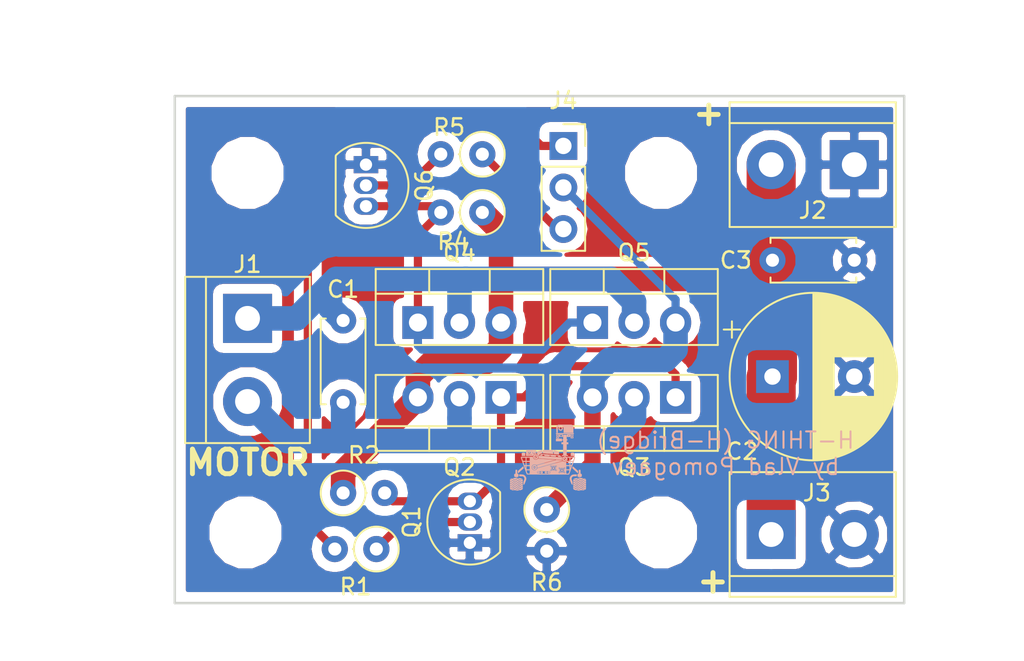
<source format=kicad_pcb>
(kicad_pcb (version 20171130) (host pcbnew "(5.0.0-rc2-63-gd4393b281)")
  (layers (0 F.Cu signal) (31 B.Cu signal) (34 B.Paste user) (35 F.Paste user) (36 B.SilkS user) (37 F.SilkS user) (38 B.Mask user) (39 F.Mask user) (44 Edge.Cuts user))
  (net 0 "")
  (net 1 "Net-(C1-Pad1)")
  (net 2 "Net-(C1-Pad2)")
  (net 3 VCC)
  (net 4 GND)
  (net 5 /HB1)
  (net 6 /HB2)
  (net 7 "Net-(Q1-Pad2)")
  (net 8 "Net-(Q1-Pad3)")
  (net 9 "Net-(Q4-Pad1)")
  (net 10 "Net-(Q6-Pad2)")
  (net 11 /I_SENSE)
  (module Mounting_Holes:MountingHole_3.2mm_M3 (layer F.Cu) (at 168.783 113.411)
    (fp_text reference MH3 hide)
    (fp_text value MountingHole_3.2mm_M3)
    (pad 1 np_thru_hole circle (at 0 0) (size 3.2 3.2) (drill 3.2) (layers *.Cu *.Mask))
  )
  (module Mounting_Holes:MountingHole_3.2mm_M3 (layer F.Cu) (at 168.783 91.44 180)
    (fp_text reference MH2 hide)
    (fp_text value MountingHole_3.2mm_M3)
    (pad 1 np_thru_hole circle (at 0 0 180) (size 3.2 3.2) (drill 3.2) (layers *.Cu *.Mask))
  )
  (module Mounting_Holes:MountingHole_3.2mm_M3 (layer F.Cu) (at 143.383 113.411)
    (fp_text reference MH4 hide)
    (fp_text value MountingHole_3.2mm_M3)
    (pad 1 np_thru_hole circle (at 0 0) (size 3.2 3.2) (drill 3.2) (layers *.Cu *.Mask))
  )
  (module Mounting_Holes:MountingHole_3.2mm_M3 (layer F.Cu) (at 143.51 91.44 180)
    (fp_text reference MH1 hide)
    (fp_text value MountingHole_3.2mm_M3)
    (pad 1 np_thru_hole circle (at 0 0 180) (size 3.2 3.2) (drill 3.2) (layers *.Cu *.Mask))
  )
  (module footprints:rover (layer B.Cu) (at 161.8742 108.839 180)
    (fp_text reference G*** hide)
    (fp_text value LOGO hide)
  )
  (module Capacitor_THT:C_Disc_D5.0mm_W2.5mm_P5.00mm (layer F.Cu) (at 149.352 100.457 270)
    (fp_text reference C1 (at -1.905 0) (layer F.SilkS))
    (fp_text value 100nF)
    (pad 1 thru_hole circle (at 0 0 270) (size 1.6 1.6) (drill 0.8) (layers *.Cu *.Mask) (net 1 "Net-(C1-Pad1)"))
    (pad 2 thru_hole circle (at 5 0 270) (size 1.6 1.6) (drill 0.8) (layers *.Cu *.Mask) (net 2 "Net-(C1-Pad2)"))
  )
  (module Capacitor_THT:CP_Radial_D10.0mm_P5.00mm (layer F.Cu) (at 175.594 103.886)
    (fp_text reference C2 (at -1.858 4.572) (layer F.SilkS))
    (fp_text value 470uF)
    (pad 1 thru_hole rect (at 0 0) (size 2 2) (drill 1) (layers *.Cu *.Mask) (net 3 VCC))
    (pad 2 thru_hole circle (at 5 0) (size 2 2) (drill 1) (layers *.Cu *.Mask) (net 4 GND))
  )
  (module Capacitor_THT:C_Disc_D5.0mm_W2.5mm_P5.00mm (layer F.Cu) (at 175.594 96.774)
    (fp_text reference C3 (at -2.239 0) (layer F.SilkS))
    (fp_text value 100nF)
    (pad 2 thru_hole circle (at 5 0) (size 1.6 1.6) (drill 0.8) (layers *.Cu *.Mask) (net 4 GND))
    (pad 1 thru_hole circle (at 0 0) (size 1.6 1.6) (drill 0.8) (layers *.Cu *.Mask) (net 3 VCC))
  )
  (module TerminalBlock:TerminalBlock_bornier-2_P5.08mm (layer F.Cu) (at 143.51 100.33 270)
    (fp_text reference J1 (at -3.302 0) (layer F.SilkS))
    (fp_text value MOTOR_CON)
    (pad 1 thru_hole rect (at 0 0 270) (size 3 3) (drill 1.52) (layers *.Cu *.Mask) (net 1 "Net-(C1-Pad1)"))
    (pad 2 thru_hole circle (at 5.08 0 270) (size 3 3) (drill 1.52) (layers *.Cu *.Mask) (net 2 "Net-(C1-Pad2)"))
  )
  (module TerminalBlock:TerminalBlock_bornier-2_P5.08mm (layer F.Cu) (at 180.594 90.932 180)
    (fp_text reference J2 (at 2.54 -2.794 180) (layer F.SilkS))
    (fp_text value PWR_PASSTHRU)
    (pad 1 thru_hole rect (at 0 0 180) (size 3 3) (drill 1.52) (layers *.Cu *.Mask) (net 4 GND))
    (pad 2 thru_hole circle (at 5.08 0 180) (size 3 3) (drill 1.52) (layers *.Cu *.Mask) (net 3 VCC))
  )
  (module TerminalBlock:TerminalBlock_bornier-2_P5.08mm (layer F.Cu) (at 175.514 113.538)
    (fp_text reference J3 (at 2.794 -2.54) (layer F.SilkS))
    (fp_text value MAIN_PWR)
    (pad 2 thru_hole circle (at 5.08 0) (size 3 3) (drill 1.52) (layers *.Cu *.Mask) (net 4 GND))
    (pad 1 thru_hole rect (at 0 0) (size 3 3) (drill 1.52) (layers *.Cu *.Mask) (net 3 VCC))
  )
  (module Connector_PinSocket_2.54mm:PinSocket_1x03_P2.54mm_Vertical (layer F.Cu) (at 162.814 89.789)
    (fp_text reference J4 (at 0 -2.77) (layer F.SilkS))
    (fp_text value SIG_CON)
    (pad 1 thru_hole rect (at 0 0) (size 1.7 1.7) (drill 1) (layers *.Cu *.Mask) (net 5 /HB1))
    (pad 2 thru_hole oval (at 0 2.54) (size 1.7 1.7) (drill 1) (layers *.Cu *.Mask) (net 11 /I_SENSE))
    (pad 3 thru_hole oval (at 0 5.08) (size 1.7 1.7) (drill 1) (layers *.Cu *.Mask) (net 6 /HB2))
  )
  (module Package_TO_SOT_THT:TO-92_Inline (layer F.Cu) (at 157.099 114.046 90)
    (fp_text reference Q1 (at 1.27 -3.56 90) (layer F.SilkS))
    (fp_text value 2N3904)
    (pad 2 thru_hole oval (at 1.27 0 90) (size 1.05 1.5) (drill 0.75) (layers *.Cu *.Mask) (net 7 "Net-(Q1-Pad2)"))
    (pad 3 thru_hole oval (at 2.54 0 90) (size 1.05 1.5) (drill 0.75) (layers *.Cu *.Mask) (net 8 "Net-(Q1-Pad3)"))
    (pad 1 thru_hole rect (at 0 0 90) (size 1.05 1.5) (drill 0.75) (layers *.Cu *.Mask) (net 4 GND))
  )
  (module Package_TO_SOT_THT:TO-92_Inline (layer F.Cu) (at 150.749 90.932 270)
    (fp_text reference Q6 (at 1.27 -3.56 270) (layer F.SilkS))
    (fp_text value 2N3904)
    (pad 1 thru_hole rect (at 0 0 270) (size 1.05 1.5) (drill 0.75) (layers *.Cu *.Mask) (net 4 GND))
    (pad 3 thru_hole oval (at 2.54 0 270) (size 1.05 1.5) (drill 0.75) (layers *.Cu *.Mask) (net 9 "Net-(Q4-Pad1)"))
    (pad 2 thru_hole oval (at 1.27 0 270) (size 1.05 1.5) (drill 0.75) (layers *.Cu *.Mask) (net 10 "Net-(Q6-Pad2)"))
  )
  (module Resistor_THT:R_Axial_DIN0207_L6.3mm_D2.5mm_P2.54mm_Vertical (layer F.Cu) (at 151.384 114.427 180)
    (fp_text reference R1 (at 1.27 -2.31 180) (layer F.SilkS))
    (fp_text value 1k00)
    (pad 1 thru_hole circle (at 0 0 180) (size 1.6 1.6) (drill 0.8) (layers *.Cu *.Mask) (net 7 "Net-(Q1-Pad2)"))
    (pad 2 thru_hole oval (at 2.54 0 180) (size 1.6 1.6) (drill 0.8) (layers *.Cu *.Mask) (net 5 /HB1))
  )
  (module Resistor_THT:R_Axial_DIN0207_L6.3mm_D2.5mm_P2.54mm_Vertical (layer F.Cu) (at 149.352 110.998)
    (fp_text reference R2 (at 1.27 -2.31) (layer F.SilkS))
    (fp_text value 1k00)
    (pad 1 thru_hole circle (at 0 0) (size 1.6 1.6) (drill 0.8) (layers *.Cu *.Mask) (net 3 VCC))
    (pad 2 thru_hole oval (at 2.54 0) (size 1.6 1.6) (drill 0.8) (layers *.Cu *.Mask) (net 8 "Net-(Q1-Pad3)"))
  )
  (module Resistor_THT:R_Axial_DIN0207_L6.3mm_D2.5mm_P2.54mm_Vertical (layer F.Cu) (at 157.861 93.853 180)
    (fp_text reference R4 (at 1.778 -1.778 180) (layer F.SilkS))
    (fp_text value 1k00)
    (pad 2 thru_hole oval (at 2.54 0 180) (size 1.6 1.6) (drill 0.8) (layers *.Cu *.Mask) (net 9 "Net-(Q4-Pad1)"))
    (pad 1 thru_hole circle (at 0 0 180) (size 1.6 1.6) (drill 0.8) (layers *.Cu *.Mask) (net 3 VCC))
  )
  (module Resistor_THT:R_Axial_DIN0207_L6.3mm_D2.5mm_P2.54mm_Vertical (layer F.Cu) (at 157.861 90.297 180)
    (fp_text reference R5 (at 2.032 1.651 180) (layer F.SilkS))
    (fp_text value 1k00)
    (pad 1 thru_hole circle (at 0 0 180) (size 1.6 1.6) (drill 0.8) (layers *.Cu *.Mask) (net 6 /HB2))
    (pad 2 thru_hole oval (at 2.54 0 180) (size 1.6 1.6) (drill 0.8) (layers *.Cu *.Mask) (net 10 "Net-(Q6-Pad2)"))
  )
  (module Resistor_THT:R_Axial_DIN0207_L6.3mm_D2.5mm_P2.54mm_Vertical (layer F.Cu) (at 161.798 112.014 270)
    (fp_text reference R6 (at 4.445 0 180) (layer F.SilkS))
    (fp_text value 0R20)
    (pad 2 thru_hole oval (at 2.54 0 270) (size 1.6 1.6) (drill 0.8) (layers *.Cu *.Mask) (net 4 GND))
    (pad 1 thru_hole circle (at 0 0 270) (size 1.6 1.6) (drill 0.8) (layers *.Cu *.Mask) (net 11 /I_SENSE))
  )
  (module Package_TO_SOT_THT:TO-220-3_Vertical (layer F.Cu) (at 159.004 105.156 180)
    (fp_text reference Q2 (at 2.54 -4.27 180) (layer F.SilkS))
    (fp_text value IRF5305)
    (pad 3 thru_hole oval (at 5.08 0 180) (size 1.905 2) (drill 1.1) (layers *.Cu *.Mask) (net 3 VCC))
    (pad 2 thru_hole oval (at 2.54 0 180) (size 1.905 2) (drill 1.1) (layers *.Cu *.Mask) (net 2 "Net-(C1-Pad2)"))
    (pad 1 thru_hole rect (at 0 0 180) (size 1.905 2) (drill 1.1) (layers *.Cu *.Mask) (net 8 "Net-(Q1-Pad3)"))
  )
  (module Package_TO_SOT_THT:TO-220-3_Vertical (layer F.Cu) (at 169.672 105.156 180)
    (fp_text reference Q3 (at 2.54 -4.27 180) (layer F.SilkS))
    (fp_text value HUF75321)
    (pad 1 thru_hole rect (at 0 0 180) (size 1.905 2) (drill 1.1) (layers *.Cu *.Mask) (net 8 "Net-(Q1-Pad3)"))
    (pad 2 thru_hole oval (at 2.54 0 180) (size 1.905 2) (drill 1.1) (layers *.Cu *.Mask) (net 2 "Net-(C1-Pad2)"))
    (pad 3 thru_hole oval (at 5.08 0 180) (size 1.905 2) (drill 1.1) (layers *.Cu *.Mask) (net 11 /I_SENSE))
  )
  (module Package_TO_SOT_THT:TO-220-3_Vertical (layer F.Cu) (at 153.924 100.584)
    (fp_text reference Q4 (at 2.54 -4.27) (layer F.SilkS))
    (fp_text value IRF5305)
    (pad 3 thru_hole oval (at 5.08 0) (size 1.905 2) (drill 1.1) (layers *.Cu *.Mask) (net 3 VCC))
    (pad 2 thru_hole oval (at 2.54 0) (size 1.905 2) (drill 1.1) (layers *.Cu *.Mask) (net 1 "Net-(C1-Pad1)"))
    (pad 1 thru_hole rect (at 0 0) (size 1.905 2) (drill 1.1) (layers *.Cu *.Mask) (net 9 "Net-(Q4-Pad1)"))
  )
  (module Package_TO_SOT_THT:TO-220-3_Vertical (layer F.Cu) (at 164.592 100.584)
    (fp_text reference Q5 (at 2.54 -4.27) (layer F.SilkS))
    (fp_text value HUF75321)
    (pad 1 thru_hole rect (at 0 0) (size 1.905 2) (drill 1.1) (layers *.Cu *.Mask) (net 9 "Net-(Q4-Pad1)"))
    (pad 2 thru_hole oval (at 2.54 0) (size 1.905 2) (drill 1.1) (layers *.Cu *.Mask) (net 1 "Net-(C1-Pad1)"))
    (pad 3 thru_hole oval (at 5.08 0) (size 1.905 2) (drill 1.1) (layers *.Cu *.Mask) (net 11 /I_SENSE))
  )
  (gr_text MOTOR (at 143.5354 109.1438) (layer F.SilkS) (effects (font (size 1.5 1.5) (thickness 0.3))))
  (gr_text + (at 171.704 87.757) (layer F.SilkS) (effects (font (size 1.5 1.5) (thickness 0.3))))
  (gr_text + (at 171.958 116.332) (layer F.SilkS) (effects (font (size 1.5 1.5) (thickness 0.3))))
  (gr_text "H-THING (H-Bridge)\nby Vlad Pomogaev" (at 172.72 108.585) (layer B.SilkS) (effects (font (size 1 1) (thickness 0.125)) (justify mirror)))
  (gr_line (start 139.065 86.741) (end 139.065 117.729) (layer Edge.Cuts) (width 0.15))
  (gr_line (start 183.642 86.741) (end 139.065 86.741) (layer Edge.Cuts) (width 0.15))
  (gr_line (start 183.642 117.729) (end 183.642 86.741) (layer Edge.Cuts) (width 0.15))
  (gr_line (start 139.065 117.729) (end 183.642 117.729) (layer Edge.Cuts) (width 0.15))
  (segment (start 146.51 100.33) (end 143.51 100.33) (width 1.5) (layer B.Cu) (net 1))
  (segment (start 149.352 100.457) (end 148.552001 99.657001) (width 1.5) (layer B.Cu) (net 1))
  (segment (start 148.923 97.917) (end 148.463 98.377) (width 1.5) (layer B.Cu) (net 1))
  (segment (start 148.552001 99.657001) (end 148.552001 98.466001) (width 1.5) (layer B.Cu) (net 1))
  (segment (start 148.463 98.377) (end 146.51 100.33) (width 1.5) (layer B.Cu) (net 1))
  (segment (start 148.552001 98.466001) (end 148.463 98.377) (width 1.5) (layer B.Cu) (net 1))
  (segment (start 165.737792 97.917) (end 156.845 97.917) (width 1.5) (layer B.Cu) (net 1))
  (segment (start 156.845 97.917) (end 148.923 97.917) (width 1.5) (layer B.Cu) (net 1))
  (segment (start 156.464 100.584) (end 156.464 98.298) (width 1.5) (layer B.Cu) (net 1))
  (segment (start 156.464 98.298) (end 156.845 97.917) (width 1.5) (layer B.Cu) (net 1))
  (segment (start 167.132 100.584) (end 167.132 99.311208) (width 1.5) (layer B.Cu) (net 1))
  (segment (start 167.132 99.311208) (end 165.737792 97.917) (width 1.5) (layer B.Cu) (net 1))
  (segment (start 145.923 107.823) (end 143.51 105.41) (width 1.5) (layer B.Cu) (net 2))
  (segment (start 149.352 105.457) (end 149.352 107.569) (width 1.5) (layer B.Cu) (net 2))
  (segment (start 149.352 107.569) (end 149.098 107.823) (width 1.5) (layer B.Cu) (net 2))
  (segment (start 149.098 107.823) (end 145.923 107.823) (width 1.5) (layer B.Cu) (net 2))
  (segment (start 156.464 107.823) (end 149.098 107.823) (width 1.5) (layer B.Cu) (net 2))
  (segment (start 165.737792 107.823) (end 156.464 107.823) (width 1.5) (layer B.Cu) (net 2))
  (segment (start 156.464 105.156) (end 156.464 106.428792) (width 1.5) (layer B.Cu) (net 2))
  (segment (start 156.464 106.428792) (end 156.464 107.823) (width 1.5) (layer B.Cu) (net 2))
  (segment (start 167.132 105.156) (end 167.132 106.428792) (width 1.5) (layer B.Cu) (net 2))
  (segment (start 167.132 106.428792) (end 165.737792 107.823) (width 1.5) (layer B.Cu) (net 2))
  (segment (start 175.514 90.932) (end 175.514 96.694) (width 3) (layer F.Cu) (net 3))
  (segment (start 175.514 96.694) (end 175.594 96.774) (width 3) (layer F.Cu) (net 3))
  (segment (start 175.594 103.886) (end 175.594 96.774) (width 3) (layer F.Cu) (net 3))
  (segment (start 175.514 113.538) (end 175.514 103.966) (width 3) (layer F.Cu) (net 3))
  (segment (start 175.514 103.966) (end 175.594 103.886) (width 3) (layer F.Cu) (net 3))
  (segment (start 159.004 97.917) (end 159.004 100.584) (width 1.5) (layer F.Cu) (net 3))
  (segment (start 159.004 94.996) (end 159.004 97.917) (width 1.5) (layer F.Cu) (net 3))
  (segment (start 159.004 97.917) (end 174.451 97.917) (width 1.5) (layer F.Cu) (net 3))
  (segment (start 174.451 97.917) (end 175.594 96.774) (width 1.5) (layer F.Cu) (net 3))
  (segment (start 149.352 110.998) (end 149.352 109.728) (width 1.5) (layer F.Cu) (net 3))
  (segment (start 149.352 109.728) (end 153.924 105.156) (width 1.5) (layer F.Cu) (net 3))
  (segment (start 158.115 102.997) (end 159.004 102.108) (width 1.5) (layer F.Cu) (net 3))
  (segment (start 159.004 102.108) (end 159.004 100.584) (width 1.5) (layer F.Cu) (net 3))
  (segment (start 154.810208 102.997) (end 158.115 102.997) (width 1.5) (layer F.Cu) (net 3))
  (segment (start 153.924 105.156) (end 153.924 103.883208) (width 1.5) (layer F.Cu) (net 3))
  (segment (start 153.924 103.883208) (end 154.810208 102.997) (width 1.5) (layer F.Cu) (net 3))
  (segment (start 157.861 93.853) (end 159.004 94.996) (width 1.5) (layer F.Cu) (net 3))
  (segment (start 149.733 88.011) (end 159.686 88.011) (width 0.5) (layer F.Cu) (net 5))
  (segment (start 159.686 88.011) (end 161.464 89.789) (width 0.5) (layer F.Cu) (net 5))
  (segment (start 161.464 89.789) (end 162.814 89.789) (width 0.5) (layer F.Cu) (net 5))
  (segment (start 147.193 90.551) (end 149.733 88.011) (width 0.5) (layer F.Cu) (net 5))
  (segment (start 147.193 112.776) (end 147.193 90.551) (width 0.5) (layer F.Cu) (net 5))
  (segment (start 148.844 114.427) (end 147.193 112.776) (width 0.5) (layer F.Cu) (net 5))
  (segment (start 157.861 90.297) (end 162.433 94.869) (width 0.5) (layer F.Cu) (net 6))
  (segment (start 162.433 94.869) (end 162.814 94.869) (width 0.5) (layer F.Cu) (net 6))
  (segment (start 157.099 112.776) (end 153.035 112.776) (width 0.5) (layer F.Cu) (net 7))
  (segment (start 153.035 112.776) (end 151.384 114.427) (width 0.5) (layer F.Cu) (net 7))
  (segment (start 162.309 103.251) (end 169.167 103.251) (width 0.5) (layer F.Cu) (net 8))
  (segment (start 169.167 103.251) (end 169.672 103.756) (width 0.5) (layer F.Cu) (net 8))
  (segment (start 169.672 103.756) (end 169.672 105.156) (width 0.5) (layer F.Cu) (net 8))
  (segment (start 159.004 105.156) (end 160.404 105.156) (width 0.5) (layer F.Cu) (net 8))
  (segment (start 160.404 105.156) (end 162.309 103.251) (width 0.5) (layer F.Cu) (net 8))
  (segment (start 159.004 105.156) (end 159.004 109.901) (width 0.5) (layer F.Cu) (net 8))
  (segment (start 159.004 109.901) (end 157.399 111.506) (width 0.5) (layer F.Cu) (net 8))
  (segment (start 157.399 111.506) (end 157.099 111.506) (width 0.5) (layer F.Cu) (net 8))
  (segment (start 157.099 111.506) (end 152.4 111.506) (width 0.5) (layer F.Cu) (net 8))
  (segment (start 152.4 111.506) (end 151.892 110.998) (width 0.5) (layer F.Cu) (net 8))
  (segment (start 150.749 93.472) (end 154.94 93.472) (width 0.5) (layer F.Cu) (net 9))
  (segment (start 154.94 93.472) (end 155.321 93.853) (width 0.5) (layer F.Cu) (net 9))
  (segment (start 153.924 100.584) (end 153.924 95.25) (width 0.5) (layer F.Cu) (net 9))
  (segment (start 153.924 95.25) (end 155.321 93.853) (width 0.5) (layer F.Cu) (net 9))
  (segment (start 154.175 102.235) (end 161.541 102.235) (width 0.5) (layer B.Cu) (net 9))
  (segment (start 161.541 102.235) (end 163.192 100.584) (width 0.5) (layer B.Cu) (net 9))
  (segment (start 163.192 100.584) (end 164.592 100.584) (width 0.5) (layer B.Cu) (net 9))
  (segment (start 153.924 100.584) (end 153.924 101.984) (width 0.5) (layer B.Cu) (net 9))
  (segment (start 153.924 101.984) (end 154.175 102.235) (width 0.5) (layer B.Cu) (net 9))
  (segment (start 150.749 92.202) (end 153.416 92.202) (width 0.5) (layer F.Cu) (net 10))
  (segment (start 153.416 92.202) (end 155.321 90.297) (width 0.5) (layer F.Cu) (net 10))
  (segment (start 162.814 92.329) (end 169.672 99.187) (width 0.5) (layer B.Cu) (net 11))
  (segment (start 169.672 99.187) (end 169.672 100.584) (width 0.5) (layer B.Cu) (net 11))
  (segment (start 169.037 102.87) (end 169.672 102.235) (width 1.5) (layer B.Cu) (net 11))
  (segment (start 169.672 102.235) (end 169.672 100.584) (width 1.5) (layer B.Cu) (net 11))
  (segment (start 165.605208 102.87) (end 169.037 102.87) (width 1.5) (layer B.Cu) (net 11))
  (segment (start 164.592 105.156) (end 164.592 103.883208) (width 1.5) (layer B.Cu) (net 11))
  (segment (start 164.592 103.883208) (end 165.605208 102.87) (width 1.5) (layer B.Cu) (net 11))
  (segment (start 164.592 105.156) (end 164.592 109.22) (width 1) (layer F.Cu) (net 11))
  (segment (start 164.592 109.22) (end 161.798 112.014) (width 1) (layer F.Cu) (net 11))
  (zone (net 4) (net_name GND) (layer B.Cu) (connect_pads (clearance 0.6)) (min_thickness 0.254) (fill yes (arc_segments 16) (thermal_gap 0.508) (thermal_bridge_width 0.508))
    (polygon (pts (xy 139.065 86.741) (xy 139.065 117.729) (xy 183.642 117.729) (xy 183.642 86.741)))
  )
  (zone (net 4) (net_name GND) (layer F.Cu) (connect_pads (clearance 0.6)) (min_thickness 0.254) (fill yes (arc_segments 16) (thermal_gap 0.508) (thermal_bridge_width 0.508))
    (polygon (pts (xy 139.065 86.741) (xy 139.065 117.729) (xy 183.642 117.729) (xy 183.642 86.741)))
  )
)
</source>
